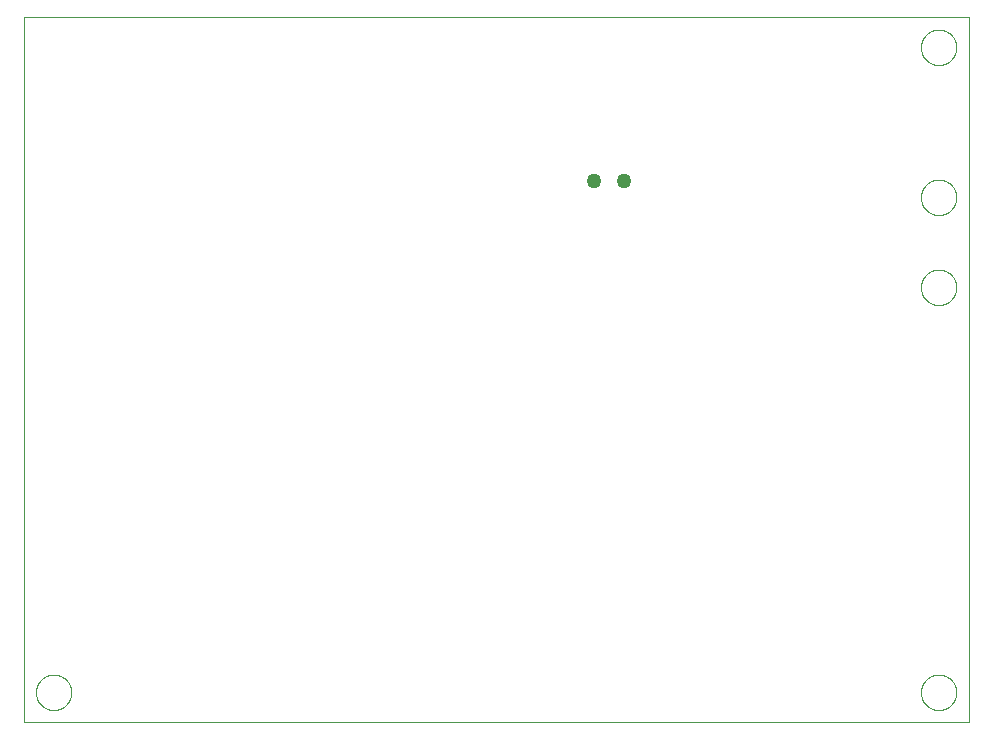
<source format=gbp>
G75*
%MOIN*%
%OFA0B0*%
%FSLAX25Y25*%
%IPPOS*%
%LPD*%
%AMOC8*
5,1,8,0,0,1.08239X$1,22.5*
%
%ADD10C,0.00000*%
%ADD11C,0.05000*%
D10*
X0023540Y0001000D02*
X0023540Y0235980D01*
X0338501Y0235980D01*
X0338501Y0001000D01*
X0023540Y0001000D01*
X0027634Y0011000D02*
X0027636Y0011153D01*
X0027642Y0011307D01*
X0027652Y0011460D01*
X0027666Y0011612D01*
X0027684Y0011765D01*
X0027706Y0011916D01*
X0027731Y0012067D01*
X0027761Y0012218D01*
X0027795Y0012368D01*
X0027832Y0012516D01*
X0027873Y0012664D01*
X0027918Y0012810D01*
X0027967Y0012956D01*
X0028020Y0013100D01*
X0028076Y0013242D01*
X0028136Y0013383D01*
X0028200Y0013523D01*
X0028267Y0013661D01*
X0028338Y0013797D01*
X0028413Y0013931D01*
X0028490Y0014063D01*
X0028572Y0014193D01*
X0028656Y0014321D01*
X0028744Y0014447D01*
X0028835Y0014570D01*
X0028929Y0014691D01*
X0029027Y0014809D01*
X0029127Y0014925D01*
X0029231Y0015038D01*
X0029337Y0015149D01*
X0029446Y0015257D01*
X0029558Y0015362D01*
X0029672Y0015463D01*
X0029790Y0015562D01*
X0029909Y0015658D01*
X0030031Y0015751D01*
X0030156Y0015840D01*
X0030283Y0015927D01*
X0030412Y0016009D01*
X0030543Y0016089D01*
X0030676Y0016165D01*
X0030811Y0016238D01*
X0030948Y0016307D01*
X0031087Y0016372D01*
X0031227Y0016434D01*
X0031369Y0016492D01*
X0031512Y0016547D01*
X0031657Y0016598D01*
X0031803Y0016645D01*
X0031950Y0016688D01*
X0032098Y0016727D01*
X0032247Y0016763D01*
X0032397Y0016794D01*
X0032548Y0016822D01*
X0032699Y0016846D01*
X0032852Y0016866D01*
X0033004Y0016882D01*
X0033157Y0016894D01*
X0033310Y0016902D01*
X0033463Y0016906D01*
X0033617Y0016906D01*
X0033770Y0016902D01*
X0033923Y0016894D01*
X0034076Y0016882D01*
X0034228Y0016866D01*
X0034381Y0016846D01*
X0034532Y0016822D01*
X0034683Y0016794D01*
X0034833Y0016763D01*
X0034982Y0016727D01*
X0035130Y0016688D01*
X0035277Y0016645D01*
X0035423Y0016598D01*
X0035568Y0016547D01*
X0035711Y0016492D01*
X0035853Y0016434D01*
X0035993Y0016372D01*
X0036132Y0016307D01*
X0036269Y0016238D01*
X0036404Y0016165D01*
X0036537Y0016089D01*
X0036668Y0016009D01*
X0036797Y0015927D01*
X0036924Y0015840D01*
X0037049Y0015751D01*
X0037171Y0015658D01*
X0037290Y0015562D01*
X0037408Y0015463D01*
X0037522Y0015362D01*
X0037634Y0015257D01*
X0037743Y0015149D01*
X0037849Y0015038D01*
X0037953Y0014925D01*
X0038053Y0014809D01*
X0038151Y0014691D01*
X0038245Y0014570D01*
X0038336Y0014447D01*
X0038424Y0014321D01*
X0038508Y0014193D01*
X0038590Y0014063D01*
X0038667Y0013931D01*
X0038742Y0013797D01*
X0038813Y0013661D01*
X0038880Y0013523D01*
X0038944Y0013383D01*
X0039004Y0013242D01*
X0039060Y0013100D01*
X0039113Y0012956D01*
X0039162Y0012810D01*
X0039207Y0012664D01*
X0039248Y0012516D01*
X0039285Y0012368D01*
X0039319Y0012218D01*
X0039349Y0012067D01*
X0039374Y0011916D01*
X0039396Y0011765D01*
X0039414Y0011612D01*
X0039428Y0011460D01*
X0039438Y0011307D01*
X0039444Y0011153D01*
X0039446Y0011000D01*
X0039444Y0010847D01*
X0039438Y0010693D01*
X0039428Y0010540D01*
X0039414Y0010388D01*
X0039396Y0010235D01*
X0039374Y0010084D01*
X0039349Y0009933D01*
X0039319Y0009782D01*
X0039285Y0009632D01*
X0039248Y0009484D01*
X0039207Y0009336D01*
X0039162Y0009190D01*
X0039113Y0009044D01*
X0039060Y0008900D01*
X0039004Y0008758D01*
X0038944Y0008617D01*
X0038880Y0008477D01*
X0038813Y0008339D01*
X0038742Y0008203D01*
X0038667Y0008069D01*
X0038590Y0007937D01*
X0038508Y0007807D01*
X0038424Y0007679D01*
X0038336Y0007553D01*
X0038245Y0007430D01*
X0038151Y0007309D01*
X0038053Y0007191D01*
X0037953Y0007075D01*
X0037849Y0006962D01*
X0037743Y0006851D01*
X0037634Y0006743D01*
X0037522Y0006638D01*
X0037408Y0006537D01*
X0037290Y0006438D01*
X0037171Y0006342D01*
X0037049Y0006249D01*
X0036924Y0006160D01*
X0036797Y0006073D01*
X0036668Y0005991D01*
X0036537Y0005911D01*
X0036404Y0005835D01*
X0036269Y0005762D01*
X0036132Y0005693D01*
X0035993Y0005628D01*
X0035853Y0005566D01*
X0035711Y0005508D01*
X0035568Y0005453D01*
X0035423Y0005402D01*
X0035277Y0005355D01*
X0035130Y0005312D01*
X0034982Y0005273D01*
X0034833Y0005237D01*
X0034683Y0005206D01*
X0034532Y0005178D01*
X0034381Y0005154D01*
X0034228Y0005134D01*
X0034076Y0005118D01*
X0033923Y0005106D01*
X0033770Y0005098D01*
X0033617Y0005094D01*
X0033463Y0005094D01*
X0033310Y0005098D01*
X0033157Y0005106D01*
X0033004Y0005118D01*
X0032852Y0005134D01*
X0032699Y0005154D01*
X0032548Y0005178D01*
X0032397Y0005206D01*
X0032247Y0005237D01*
X0032098Y0005273D01*
X0031950Y0005312D01*
X0031803Y0005355D01*
X0031657Y0005402D01*
X0031512Y0005453D01*
X0031369Y0005508D01*
X0031227Y0005566D01*
X0031087Y0005628D01*
X0030948Y0005693D01*
X0030811Y0005762D01*
X0030676Y0005835D01*
X0030543Y0005911D01*
X0030412Y0005991D01*
X0030283Y0006073D01*
X0030156Y0006160D01*
X0030031Y0006249D01*
X0029909Y0006342D01*
X0029790Y0006438D01*
X0029672Y0006537D01*
X0029558Y0006638D01*
X0029446Y0006743D01*
X0029337Y0006851D01*
X0029231Y0006962D01*
X0029127Y0007075D01*
X0029027Y0007191D01*
X0028929Y0007309D01*
X0028835Y0007430D01*
X0028744Y0007553D01*
X0028656Y0007679D01*
X0028572Y0007807D01*
X0028490Y0007937D01*
X0028413Y0008069D01*
X0028338Y0008203D01*
X0028267Y0008339D01*
X0028200Y0008477D01*
X0028136Y0008617D01*
X0028076Y0008758D01*
X0028020Y0008900D01*
X0027967Y0009044D01*
X0027918Y0009190D01*
X0027873Y0009336D01*
X0027832Y0009484D01*
X0027795Y0009632D01*
X0027761Y0009782D01*
X0027731Y0009933D01*
X0027706Y0010084D01*
X0027684Y0010235D01*
X0027666Y0010388D01*
X0027652Y0010540D01*
X0027642Y0010693D01*
X0027636Y0010847D01*
X0027634Y0011000D01*
X0322634Y0011000D02*
X0322636Y0011153D01*
X0322642Y0011307D01*
X0322652Y0011460D01*
X0322666Y0011612D01*
X0322684Y0011765D01*
X0322706Y0011916D01*
X0322731Y0012067D01*
X0322761Y0012218D01*
X0322795Y0012368D01*
X0322832Y0012516D01*
X0322873Y0012664D01*
X0322918Y0012810D01*
X0322967Y0012956D01*
X0323020Y0013100D01*
X0323076Y0013242D01*
X0323136Y0013383D01*
X0323200Y0013523D01*
X0323267Y0013661D01*
X0323338Y0013797D01*
X0323413Y0013931D01*
X0323490Y0014063D01*
X0323572Y0014193D01*
X0323656Y0014321D01*
X0323744Y0014447D01*
X0323835Y0014570D01*
X0323929Y0014691D01*
X0324027Y0014809D01*
X0324127Y0014925D01*
X0324231Y0015038D01*
X0324337Y0015149D01*
X0324446Y0015257D01*
X0324558Y0015362D01*
X0324672Y0015463D01*
X0324790Y0015562D01*
X0324909Y0015658D01*
X0325031Y0015751D01*
X0325156Y0015840D01*
X0325283Y0015927D01*
X0325412Y0016009D01*
X0325543Y0016089D01*
X0325676Y0016165D01*
X0325811Y0016238D01*
X0325948Y0016307D01*
X0326087Y0016372D01*
X0326227Y0016434D01*
X0326369Y0016492D01*
X0326512Y0016547D01*
X0326657Y0016598D01*
X0326803Y0016645D01*
X0326950Y0016688D01*
X0327098Y0016727D01*
X0327247Y0016763D01*
X0327397Y0016794D01*
X0327548Y0016822D01*
X0327699Y0016846D01*
X0327852Y0016866D01*
X0328004Y0016882D01*
X0328157Y0016894D01*
X0328310Y0016902D01*
X0328463Y0016906D01*
X0328617Y0016906D01*
X0328770Y0016902D01*
X0328923Y0016894D01*
X0329076Y0016882D01*
X0329228Y0016866D01*
X0329381Y0016846D01*
X0329532Y0016822D01*
X0329683Y0016794D01*
X0329833Y0016763D01*
X0329982Y0016727D01*
X0330130Y0016688D01*
X0330277Y0016645D01*
X0330423Y0016598D01*
X0330568Y0016547D01*
X0330711Y0016492D01*
X0330853Y0016434D01*
X0330993Y0016372D01*
X0331132Y0016307D01*
X0331269Y0016238D01*
X0331404Y0016165D01*
X0331537Y0016089D01*
X0331668Y0016009D01*
X0331797Y0015927D01*
X0331924Y0015840D01*
X0332049Y0015751D01*
X0332171Y0015658D01*
X0332290Y0015562D01*
X0332408Y0015463D01*
X0332522Y0015362D01*
X0332634Y0015257D01*
X0332743Y0015149D01*
X0332849Y0015038D01*
X0332953Y0014925D01*
X0333053Y0014809D01*
X0333151Y0014691D01*
X0333245Y0014570D01*
X0333336Y0014447D01*
X0333424Y0014321D01*
X0333508Y0014193D01*
X0333590Y0014063D01*
X0333667Y0013931D01*
X0333742Y0013797D01*
X0333813Y0013661D01*
X0333880Y0013523D01*
X0333944Y0013383D01*
X0334004Y0013242D01*
X0334060Y0013100D01*
X0334113Y0012956D01*
X0334162Y0012810D01*
X0334207Y0012664D01*
X0334248Y0012516D01*
X0334285Y0012368D01*
X0334319Y0012218D01*
X0334349Y0012067D01*
X0334374Y0011916D01*
X0334396Y0011765D01*
X0334414Y0011612D01*
X0334428Y0011460D01*
X0334438Y0011307D01*
X0334444Y0011153D01*
X0334446Y0011000D01*
X0334444Y0010847D01*
X0334438Y0010693D01*
X0334428Y0010540D01*
X0334414Y0010388D01*
X0334396Y0010235D01*
X0334374Y0010084D01*
X0334349Y0009933D01*
X0334319Y0009782D01*
X0334285Y0009632D01*
X0334248Y0009484D01*
X0334207Y0009336D01*
X0334162Y0009190D01*
X0334113Y0009044D01*
X0334060Y0008900D01*
X0334004Y0008758D01*
X0333944Y0008617D01*
X0333880Y0008477D01*
X0333813Y0008339D01*
X0333742Y0008203D01*
X0333667Y0008069D01*
X0333590Y0007937D01*
X0333508Y0007807D01*
X0333424Y0007679D01*
X0333336Y0007553D01*
X0333245Y0007430D01*
X0333151Y0007309D01*
X0333053Y0007191D01*
X0332953Y0007075D01*
X0332849Y0006962D01*
X0332743Y0006851D01*
X0332634Y0006743D01*
X0332522Y0006638D01*
X0332408Y0006537D01*
X0332290Y0006438D01*
X0332171Y0006342D01*
X0332049Y0006249D01*
X0331924Y0006160D01*
X0331797Y0006073D01*
X0331668Y0005991D01*
X0331537Y0005911D01*
X0331404Y0005835D01*
X0331269Y0005762D01*
X0331132Y0005693D01*
X0330993Y0005628D01*
X0330853Y0005566D01*
X0330711Y0005508D01*
X0330568Y0005453D01*
X0330423Y0005402D01*
X0330277Y0005355D01*
X0330130Y0005312D01*
X0329982Y0005273D01*
X0329833Y0005237D01*
X0329683Y0005206D01*
X0329532Y0005178D01*
X0329381Y0005154D01*
X0329228Y0005134D01*
X0329076Y0005118D01*
X0328923Y0005106D01*
X0328770Y0005098D01*
X0328617Y0005094D01*
X0328463Y0005094D01*
X0328310Y0005098D01*
X0328157Y0005106D01*
X0328004Y0005118D01*
X0327852Y0005134D01*
X0327699Y0005154D01*
X0327548Y0005178D01*
X0327397Y0005206D01*
X0327247Y0005237D01*
X0327098Y0005273D01*
X0326950Y0005312D01*
X0326803Y0005355D01*
X0326657Y0005402D01*
X0326512Y0005453D01*
X0326369Y0005508D01*
X0326227Y0005566D01*
X0326087Y0005628D01*
X0325948Y0005693D01*
X0325811Y0005762D01*
X0325676Y0005835D01*
X0325543Y0005911D01*
X0325412Y0005991D01*
X0325283Y0006073D01*
X0325156Y0006160D01*
X0325031Y0006249D01*
X0324909Y0006342D01*
X0324790Y0006438D01*
X0324672Y0006537D01*
X0324558Y0006638D01*
X0324446Y0006743D01*
X0324337Y0006851D01*
X0324231Y0006962D01*
X0324127Y0007075D01*
X0324027Y0007191D01*
X0323929Y0007309D01*
X0323835Y0007430D01*
X0323744Y0007553D01*
X0323656Y0007679D01*
X0323572Y0007807D01*
X0323490Y0007937D01*
X0323413Y0008069D01*
X0323338Y0008203D01*
X0323267Y0008339D01*
X0323200Y0008477D01*
X0323136Y0008617D01*
X0323076Y0008758D01*
X0323020Y0008900D01*
X0322967Y0009044D01*
X0322918Y0009190D01*
X0322873Y0009336D01*
X0322832Y0009484D01*
X0322795Y0009632D01*
X0322761Y0009782D01*
X0322731Y0009933D01*
X0322706Y0010084D01*
X0322684Y0010235D01*
X0322666Y0010388D01*
X0322652Y0010540D01*
X0322642Y0010693D01*
X0322636Y0010847D01*
X0322634Y0011000D01*
X0322634Y0146000D02*
X0322636Y0146153D01*
X0322642Y0146307D01*
X0322652Y0146460D01*
X0322666Y0146612D01*
X0322684Y0146765D01*
X0322706Y0146916D01*
X0322731Y0147067D01*
X0322761Y0147218D01*
X0322795Y0147368D01*
X0322832Y0147516D01*
X0322873Y0147664D01*
X0322918Y0147810D01*
X0322967Y0147956D01*
X0323020Y0148100D01*
X0323076Y0148242D01*
X0323136Y0148383D01*
X0323200Y0148523D01*
X0323267Y0148661D01*
X0323338Y0148797D01*
X0323413Y0148931D01*
X0323490Y0149063D01*
X0323572Y0149193D01*
X0323656Y0149321D01*
X0323744Y0149447D01*
X0323835Y0149570D01*
X0323929Y0149691D01*
X0324027Y0149809D01*
X0324127Y0149925D01*
X0324231Y0150038D01*
X0324337Y0150149D01*
X0324446Y0150257D01*
X0324558Y0150362D01*
X0324672Y0150463D01*
X0324790Y0150562D01*
X0324909Y0150658D01*
X0325031Y0150751D01*
X0325156Y0150840D01*
X0325283Y0150927D01*
X0325412Y0151009D01*
X0325543Y0151089D01*
X0325676Y0151165D01*
X0325811Y0151238D01*
X0325948Y0151307D01*
X0326087Y0151372D01*
X0326227Y0151434D01*
X0326369Y0151492D01*
X0326512Y0151547D01*
X0326657Y0151598D01*
X0326803Y0151645D01*
X0326950Y0151688D01*
X0327098Y0151727D01*
X0327247Y0151763D01*
X0327397Y0151794D01*
X0327548Y0151822D01*
X0327699Y0151846D01*
X0327852Y0151866D01*
X0328004Y0151882D01*
X0328157Y0151894D01*
X0328310Y0151902D01*
X0328463Y0151906D01*
X0328617Y0151906D01*
X0328770Y0151902D01*
X0328923Y0151894D01*
X0329076Y0151882D01*
X0329228Y0151866D01*
X0329381Y0151846D01*
X0329532Y0151822D01*
X0329683Y0151794D01*
X0329833Y0151763D01*
X0329982Y0151727D01*
X0330130Y0151688D01*
X0330277Y0151645D01*
X0330423Y0151598D01*
X0330568Y0151547D01*
X0330711Y0151492D01*
X0330853Y0151434D01*
X0330993Y0151372D01*
X0331132Y0151307D01*
X0331269Y0151238D01*
X0331404Y0151165D01*
X0331537Y0151089D01*
X0331668Y0151009D01*
X0331797Y0150927D01*
X0331924Y0150840D01*
X0332049Y0150751D01*
X0332171Y0150658D01*
X0332290Y0150562D01*
X0332408Y0150463D01*
X0332522Y0150362D01*
X0332634Y0150257D01*
X0332743Y0150149D01*
X0332849Y0150038D01*
X0332953Y0149925D01*
X0333053Y0149809D01*
X0333151Y0149691D01*
X0333245Y0149570D01*
X0333336Y0149447D01*
X0333424Y0149321D01*
X0333508Y0149193D01*
X0333590Y0149063D01*
X0333667Y0148931D01*
X0333742Y0148797D01*
X0333813Y0148661D01*
X0333880Y0148523D01*
X0333944Y0148383D01*
X0334004Y0148242D01*
X0334060Y0148100D01*
X0334113Y0147956D01*
X0334162Y0147810D01*
X0334207Y0147664D01*
X0334248Y0147516D01*
X0334285Y0147368D01*
X0334319Y0147218D01*
X0334349Y0147067D01*
X0334374Y0146916D01*
X0334396Y0146765D01*
X0334414Y0146612D01*
X0334428Y0146460D01*
X0334438Y0146307D01*
X0334444Y0146153D01*
X0334446Y0146000D01*
X0334444Y0145847D01*
X0334438Y0145693D01*
X0334428Y0145540D01*
X0334414Y0145388D01*
X0334396Y0145235D01*
X0334374Y0145084D01*
X0334349Y0144933D01*
X0334319Y0144782D01*
X0334285Y0144632D01*
X0334248Y0144484D01*
X0334207Y0144336D01*
X0334162Y0144190D01*
X0334113Y0144044D01*
X0334060Y0143900D01*
X0334004Y0143758D01*
X0333944Y0143617D01*
X0333880Y0143477D01*
X0333813Y0143339D01*
X0333742Y0143203D01*
X0333667Y0143069D01*
X0333590Y0142937D01*
X0333508Y0142807D01*
X0333424Y0142679D01*
X0333336Y0142553D01*
X0333245Y0142430D01*
X0333151Y0142309D01*
X0333053Y0142191D01*
X0332953Y0142075D01*
X0332849Y0141962D01*
X0332743Y0141851D01*
X0332634Y0141743D01*
X0332522Y0141638D01*
X0332408Y0141537D01*
X0332290Y0141438D01*
X0332171Y0141342D01*
X0332049Y0141249D01*
X0331924Y0141160D01*
X0331797Y0141073D01*
X0331668Y0140991D01*
X0331537Y0140911D01*
X0331404Y0140835D01*
X0331269Y0140762D01*
X0331132Y0140693D01*
X0330993Y0140628D01*
X0330853Y0140566D01*
X0330711Y0140508D01*
X0330568Y0140453D01*
X0330423Y0140402D01*
X0330277Y0140355D01*
X0330130Y0140312D01*
X0329982Y0140273D01*
X0329833Y0140237D01*
X0329683Y0140206D01*
X0329532Y0140178D01*
X0329381Y0140154D01*
X0329228Y0140134D01*
X0329076Y0140118D01*
X0328923Y0140106D01*
X0328770Y0140098D01*
X0328617Y0140094D01*
X0328463Y0140094D01*
X0328310Y0140098D01*
X0328157Y0140106D01*
X0328004Y0140118D01*
X0327852Y0140134D01*
X0327699Y0140154D01*
X0327548Y0140178D01*
X0327397Y0140206D01*
X0327247Y0140237D01*
X0327098Y0140273D01*
X0326950Y0140312D01*
X0326803Y0140355D01*
X0326657Y0140402D01*
X0326512Y0140453D01*
X0326369Y0140508D01*
X0326227Y0140566D01*
X0326087Y0140628D01*
X0325948Y0140693D01*
X0325811Y0140762D01*
X0325676Y0140835D01*
X0325543Y0140911D01*
X0325412Y0140991D01*
X0325283Y0141073D01*
X0325156Y0141160D01*
X0325031Y0141249D01*
X0324909Y0141342D01*
X0324790Y0141438D01*
X0324672Y0141537D01*
X0324558Y0141638D01*
X0324446Y0141743D01*
X0324337Y0141851D01*
X0324231Y0141962D01*
X0324127Y0142075D01*
X0324027Y0142191D01*
X0323929Y0142309D01*
X0323835Y0142430D01*
X0323744Y0142553D01*
X0323656Y0142679D01*
X0323572Y0142807D01*
X0323490Y0142937D01*
X0323413Y0143069D01*
X0323338Y0143203D01*
X0323267Y0143339D01*
X0323200Y0143477D01*
X0323136Y0143617D01*
X0323076Y0143758D01*
X0323020Y0143900D01*
X0322967Y0144044D01*
X0322918Y0144190D01*
X0322873Y0144336D01*
X0322832Y0144484D01*
X0322795Y0144632D01*
X0322761Y0144782D01*
X0322731Y0144933D01*
X0322706Y0145084D01*
X0322684Y0145235D01*
X0322666Y0145388D01*
X0322652Y0145540D01*
X0322642Y0145693D01*
X0322636Y0145847D01*
X0322634Y0146000D01*
X0322634Y0176000D02*
X0322636Y0176153D01*
X0322642Y0176307D01*
X0322652Y0176460D01*
X0322666Y0176612D01*
X0322684Y0176765D01*
X0322706Y0176916D01*
X0322731Y0177067D01*
X0322761Y0177218D01*
X0322795Y0177368D01*
X0322832Y0177516D01*
X0322873Y0177664D01*
X0322918Y0177810D01*
X0322967Y0177956D01*
X0323020Y0178100D01*
X0323076Y0178242D01*
X0323136Y0178383D01*
X0323200Y0178523D01*
X0323267Y0178661D01*
X0323338Y0178797D01*
X0323413Y0178931D01*
X0323490Y0179063D01*
X0323572Y0179193D01*
X0323656Y0179321D01*
X0323744Y0179447D01*
X0323835Y0179570D01*
X0323929Y0179691D01*
X0324027Y0179809D01*
X0324127Y0179925D01*
X0324231Y0180038D01*
X0324337Y0180149D01*
X0324446Y0180257D01*
X0324558Y0180362D01*
X0324672Y0180463D01*
X0324790Y0180562D01*
X0324909Y0180658D01*
X0325031Y0180751D01*
X0325156Y0180840D01*
X0325283Y0180927D01*
X0325412Y0181009D01*
X0325543Y0181089D01*
X0325676Y0181165D01*
X0325811Y0181238D01*
X0325948Y0181307D01*
X0326087Y0181372D01*
X0326227Y0181434D01*
X0326369Y0181492D01*
X0326512Y0181547D01*
X0326657Y0181598D01*
X0326803Y0181645D01*
X0326950Y0181688D01*
X0327098Y0181727D01*
X0327247Y0181763D01*
X0327397Y0181794D01*
X0327548Y0181822D01*
X0327699Y0181846D01*
X0327852Y0181866D01*
X0328004Y0181882D01*
X0328157Y0181894D01*
X0328310Y0181902D01*
X0328463Y0181906D01*
X0328617Y0181906D01*
X0328770Y0181902D01*
X0328923Y0181894D01*
X0329076Y0181882D01*
X0329228Y0181866D01*
X0329381Y0181846D01*
X0329532Y0181822D01*
X0329683Y0181794D01*
X0329833Y0181763D01*
X0329982Y0181727D01*
X0330130Y0181688D01*
X0330277Y0181645D01*
X0330423Y0181598D01*
X0330568Y0181547D01*
X0330711Y0181492D01*
X0330853Y0181434D01*
X0330993Y0181372D01*
X0331132Y0181307D01*
X0331269Y0181238D01*
X0331404Y0181165D01*
X0331537Y0181089D01*
X0331668Y0181009D01*
X0331797Y0180927D01*
X0331924Y0180840D01*
X0332049Y0180751D01*
X0332171Y0180658D01*
X0332290Y0180562D01*
X0332408Y0180463D01*
X0332522Y0180362D01*
X0332634Y0180257D01*
X0332743Y0180149D01*
X0332849Y0180038D01*
X0332953Y0179925D01*
X0333053Y0179809D01*
X0333151Y0179691D01*
X0333245Y0179570D01*
X0333336Y0179447D01*
X0333424Y0179321D01*
X0333508Y0179193D01*
X0333590Y0179063D01*
X0333667Y0178931D01*
X0333742Y0178797D01*
X0333813Y0178661D01*
X0333880Y0178523D01*
X0333944Y0178383D01*
X0334004Y0178242D01*
X0334060Y0178100D01*
X0334113Y0177956D01*
X0334162Y0177810D01*
X0334207Y0177664D01*
X0334248Y0177516D01*
X0334285Y0177368D01*
X0334319Y0177218D01*
X0334349Y0177067D01*
X0334374Y0176916D01*
X0334396Y0176765D01*
X0334414Y0176612D01*
X0334428Y0176460D01*
X0334438Y0176307D01*
X0334444Y0176153D01*
X0334446Y0176000D01*
X0334444Y0175847D01*
X0334438Y0175693D01*
X0334428Y0175540D01*
X0334414Y0175388D01*
X0334396Y0175235D01*
X0334374Y0175084D01*
X0334349Y0174933D01*
X0334319Y0174782D01*
X0334285Y0174632D01*
X0334248Y0174484D01*
X0334207Y0174336D01*
X0334162Y0174190D01*
X0334113Y0174044D01*
X0334060Y0173900D01*
X0334004Y0173758D01*
X0333944Y0173617D01*
X0333880Y0173477D01*
X0333813Y0173339D01*
X0333742Y0173203D01*
X0333667Y0173069D01*
X0333590Y0172937D01*
X0333508Y0172807D01*
X0333424Y0172679D01*
X0333336Y0172553D01*
X0333245Y0172430D01*
X0333151Y0172309D01*
X0333053Y0172191D01*
X0332953Y0172075D01*
X0332849Y0171962D01*
X0332743Y0171851D01*
X0332634Y0171743D01*
X0332522Y0171638D01*
X0332408Y0171537D01*
X0332290Y0171438D01*
X0332171Y0171342D01*
X0332049Y0171249D01*
X0331924Y0171160D01*
X0331797Y0171073D01*
X0331668Y0170991D01*
X0331537Y0170911D01*
X0331404Y0170835D01*
X0331269Y0170762D01*
X0331132Y0170693D01*
X0330993Y0170628D01*
X0330853Y0170566D01*
X0330711Y0170508D01*
X0330568Y0170453D01*
X0330423Y0170402D01*
X0330277Y0170355D01*
X0330130Y0170312D01*
X0329982Y0170273D01*
X0329833Y0170237D01*
X0329683Y0170206D01*
X0329532Y0170178D01*
X0329381Y0170154D01*
X0329228Y0170134D01*
X0329076Y0170118D01*
X0328923Y0170106D01*
X0328770Y0170098D01*
X0328617Y0170094D01*
X0328463Y0170094D01*
X0328310Y0170098D01*
X0328157Y0170106D01*
X0328004Y0170118D01*
X0327852Y0170134D01*
X0327699Y0170154D01*
X0327548Y0170178D01*
X0327397Y0170206D01*
X0327247Y0170237D01*
X0327098Y0170273D01*
X0326950Y0170312D01*
X0326803Y0170355D01*
X0326657Y0170402D01*
X0326512Y0170453D01*
X0326369Y0170508D01*
X0326227Y0170566D01*
X0326087Y0170628D01*
X0325948Y0170693D01*
X0325811Y0170762D01*
X0325676Y0170835D01*
X0325543Y0170911D01*
X0325412Y0170991D01*
X0325283Y0171073D01*
X0325156Y0171160D01*
X0325031Y0171249D01*
X0324909Y0171342D01*
X0324790Y0171438D01*
X0324672Y0171537D01*
X0324558Y0171638D01*
X0324446Y0171743D01*
X0324337Y0171851D01*
X0324231Y0171962D01*
X0324127Y0172075D01*
X0324027Y0172191D01*
X0323929Y0172309D01*
X0323835Y0172430D01*
X0323744Y0172553D01*
X0323656Y0172679D01*
X0323572Y0172807D01*
X0323490Y0172937D01*
X0323413Y0173069D01*
X0323338Y0173203D01*
X0323267Y0173339D01*
X0323200Y0173477D01*
X0323136Y0173617D01*
X0323076Y0173758D01*
X0323020Y0173900D01*
X0322967Y0174044D01*
X0322918Y0174190D01*
X0322873Y0174336D01*
X0322832Y0174484D01*
X0322795Y0174632D01*
X0322761Y0174782D01*
X0322731Y0174933D01*
X0322706Y0175084D01*
X0322684Y0175235D01*
X0322666Y0175388D01*
X0322652Y0175540D01*
X0322642Y0175693D01*
X0322636Y0175847D01*
X0322634Y0176000D01*
X0322634Y0226000D02*
X0322636Y0226153D01*
X0322642Y0226307D01*
X0322652Y0226460D01*
X0322666Y0226612D01*
X0322684Y0226765D01*
X0322706Y0226916D01*
X0322731Y0227067D01*
X0322761Y0227218D01*
X0322795Y0227368D01*
X0322832Y0227516D01*
X0322873Y0227664D01*
X0322918Y0227810D01*
X0322967Y0227956D01*
X0323020Y0228100D01*
X0323076Y0228242D01*
X0323136Y0228383D01*
X0323200Y0228523D01*
X0323267Y0228661D01*
X0323338Y0228797D01*
X0323413Y0228931D01*
X0323490Y0229063D01*
X0323572Y0229193D01*
X0323656Y0229321D01*
X0323744Y0229447D01*
X0323835Y0229570D01*
X0323929Y0229691D01*
X0324027Y0229809D01*
X0324127Y0229925D01*
X0324231Y0230038D01*
X0324337Y0230149D01*
X0324446Y0230257D01*
X0324558Y0230362D01*
X0324672Y0230463D01*
X0324790Y0230562D01*
X0324909Y0230658D01*
X0325031Y0230751D01*
X0325156Y0230840D01*
X0325283Y0230927D01*
X0325412Y0231009D01*
X0325543Y0231089D01*
X0325676Y0231165D01*
X0325811Y0231238D01*
X0325948Y0231307D01*
X0326087Y0231372D01*
X0326227Y0231434D01*
X0326369Y0231492D01*
X0326512Y0231547D01*
X0326657Y0231598D01*
X0326803Y0231645D01*
X0326950Y0231688D01*
X0327098Y0231727D01*
X0327247Y0231763D01*
X0327397Y0231794D01*
X0327548Y0231822D01*
X0327699Y0231846D01*
X0327852Y0231866D01*
X0328004Y0231882D01*
X0328157Y0231894D01*
X0328310Y0231902D01*
X0328463Y0231906D01*
X0328617Y0231906D01*
X0328770Y0231902D01*
X0328923Y0231894D01*
X0329076Y0231882D01*
X0329228Y0231866D01*
X0329381Y0231846D01*
X0329532Y0231822D01*
X0329683Y0231794D01*
X0329833Y0231763D01*
X0329982Y0231727D01*
X0330130Y0231688D01*
X0330277Y0231645D01*
X0330423Y0231598D01*
X0330568Y0231547D01*
X0330711Y0231492D01*
X0330853Y0231434D01*
X0330993Y0231372D01*
X0331132Y0231307D01*
X0331269Y0231238D01*
X0331404Y0231165D01*
X0331537Y0231089D01*
X0331668Y0231009D01*
X0331797Y0230927D01*
X0331924Y0230840D01*
X0332049Y0230751D01*
X0332171Y0230658D01*
X0332290Y0230562D01*
X0332408Y0230463D01*
X0332522Y0230362D01*
X0332634Y0230257D01*
X0332743Y0230149D01*
X0332849Y0230038D01*
X0332953Y0229925D01*
X0333053Y0229809D01*
X0333151Y0229691D01*
X0333245Y0229570D01*
X0333336Y0229447D01*
X0333424Y0229321D01*
X0333508Y0229193D01*
X0333590Y0229063D01*
X0333667Y0228931D01*
X0333742Y0228797D01*
X0333813Y0228661D01*
X0333880Y0228523D01*
X0333944Y0228383D01*
X0334004Y0228242D01*
X0334060Y0228100D01*
X0334113Y0227956D01*
X0334162Y0227810D01*
X0334207Y0227664D01*
X0334248Y0227516D01*
X0334285Y0227368D01*
X0334319Y0227218D01*
X0334349Y0227067D01*
X0334374Y0226916D01*
X0334396Y0226765D01*
X0334414Y0226612D01*
X0334428Y0226460D01*
X0334438Y0226307D01*
X0334444Y0226153D01*
X0334446Y0226000D01*
X0334444Y0225847D01*
X0334438Y0225693D01*
X0334428Y0225540D01*
X0334414Y0225388D01*
X0334396Y0225235D01*
X0334374Y0225084D01*
X0334349Y0224933D01*
X0334319Y0224782D01*
X0334285Y0224632D01*
X0334248Y0224484D01*
X0334207Y0224336D01*
X0334162Y0224190D01*
X0334113Y0224044D01*
X0334060Y0223900D01*
X0334004Y0223758D01*
X0333944Y0223617D01*
X0333880Y0223477D01*
X0333813Y0223339D01*
X0333742Y0223203D01*
X0333667Y0223069D01*
X0333590Y0222937D01*
X0333508Y0222807D01*
X0333424Y0222679D01*
X0333336Y0222553D01*
X0333245Y0222430D01*
X0333151Y0222309D01*
X0333053Y0222191D01*
X0332953Y0222075D01*
X0332849Y0221962D01*
X0332743Y0221851D01*
X0332634Y0221743D01*
X0332522Y0221638D01*
X0332408Y0221537D01*
X0332290Y0221438D01*
X0332171Y0221342D01*
X0332049Y0221249D01*
X0331924Y0221160D01*
X0331797Y0221073D01*
X0331668Y0220991D01*
X0331537Y0220911D01*
X0331404Y0220835D01*
X0331269Y0220762D01*
X0331132Y0220693D01*
X0330993Y0220628D01*
X0330853Y0220566D01*
X0330711Y0220508D01*
X0330568Y0220453D01*
X0330423Y0220402D01*
X0330277Y0220355D01*
X0330130Y0220312D01*
X0329982Y0220273D01*
X0329833Y0220237D01*
X0329683Y0220206D01*
X0329532Y0220178D01*
X0329381Y0220154D01*
X0329228Y0220134D01*
X0329076Y0220118D01*
X0328923Y0220106D01*
X0328770Y0220098D01*
X0328617Y0220094D01*
X0328463Y0220094D01*
X0328310Y0220098D01*
X0328157Y0220106D01*
X0328004Y0220118D01*
X0327852Y0220134D01*
X0327699Y0220154D01*
X0327548Y0220178D01*
X0327397Y0220206D01*
X0327247Y0220237D01*
X0327098Y0220273D01*
X0326950Y0220312D01*
X0326803Y0220355D01*
X0326657Y0220402D01*
X0326512Y0220453D01*
X0326369Y0220508D01*
X0326227Y0220566D01*
X0326087Y0220628D01*
X0325948Y0220693D01*
X0325811Y0220762D01*
X0325676Y0220835D01*
X0325543Y0220911D01*
X0325412Y0220991D01*
X0325283Y0221073D01*
X0325156Y0221160D01*
X0325031Y0221249D01*
X0324909Y0221342D01*
X0324790Y0221438D01*
X0324672Y0221537D01*
X0324558Y0221638D01*
X0324446Y0221743D01*
X0324337Y0221851D01*
X0324231Y0221962D01*
X0324127Y0222075D01*
X0324027Y0222191D01*
X0323929Y0222309D01*
X0323835Y0222430D01*
X0323744Y0222553D01*
X0323656Y0222679D01*
X0323572Y0222807D01*
X0323490Y0222937D01*
X0323413Y0223069D01*
X0323338Y0223203D01*
X0323267Y0223339D01*
X0323200Y0223477D01*
X0323136Y0223617D01*
X0323076Y0223758D01*
X0323020Y0223900D01*
X0322967Y0224044D01*
X0322918Y0224190D01*
X0322873Y0224336D01*
X0322832Y0224484D01*
X0322795Y0224632D01*
X0322761Y0224782D01*
X0322731Y0224933D01*
X0322706Y0225084D01*
X0322684Y0225235D01*
X0322666Y0225388D01*
X0322652Y0225540D01*
X0322642Y0225693D01*
X0322636Y0225847D01*
X0322634Y0226000D01*
D11*
X0223540Y0181315D03*
X0213540Y0181315D03*
M02*

</source>
